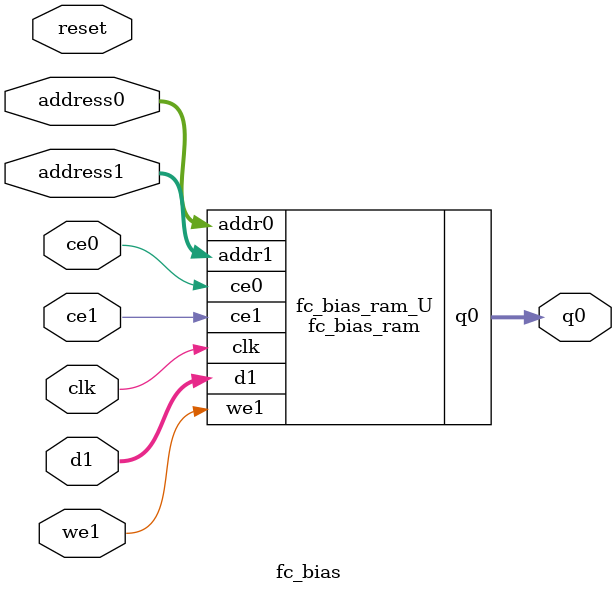
<source format=v>
`timescale 1 ns / 1 ps
module fc_bias_ram (addr0, ce0, q0, addr1, ce1, d1, we1,  clk);

parameter DWIDTH = 32;
parameter AWIDTH = 10;
parameter MEM_SIZE = 1000;

input[AWIDTH-1:0] addr0;
input ce0;
output reg[DWIDTH-1:0] q0;
input[AWIDTH-1:0] addr1;
input ce1;
input[DWIDTH-1:0] d1;
input we1;
input clk;

(* ram_style = "hls_ultra", cascade_height = 1 *)reg [DWIDTH-1:0] ram[0:MEM_SIZE-1];




always @(posedge clk)  
begin 
    if (ce0) 
    begin
        q0 <= ram[addr0];
    end
end


always @(posedge clk)  
begin 
    if (ce1) 
    begin
        if (we1) 
        begin 
            ram[addr1] <= d1; 
        end 
    end
end


endmodule

`timescale 1 ns / 1 ps
module fc_bias(
    reset,
    clk,
    address0,
    ce0,
    q0,
    address1,
    ce1,
    we1,
    d1);

parameter DataWidth = 32'd32;
parameter AddressRange = 32'd1000;
parameter AddressWidth = 32'd10;
input reset;
input clk;
input[AddressWidth - 1:0] address0;
input ce0;
output[DataWidth - 1:0] q0;
input[AddressWidth - 1:0] address1;
input ce1;
input we1;
input[DataWidth - 1:0] d1;



fc_bias_ram fc_bias_ram_U(
    .clk( clk ),
    .addr0( address0 ),
    .ce0( ce0 ),
    .q0( q0 ),
    .addr1( address1 ),
    .ce1( ce1 ),
    .we1( we1 ),
    .d1( d1 ));

endmodule


</source>
